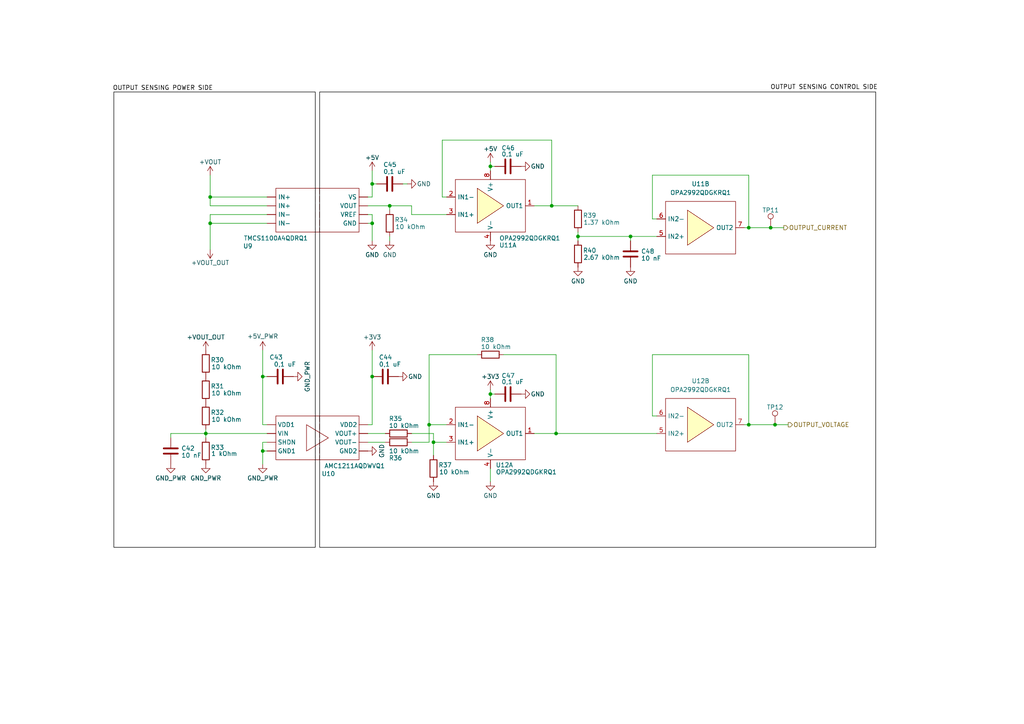
<source format=kicad_sch>
(kicad_sch (version 20231120) (generator "eeschema") (generator_version "8.0")
  (paper "A4")
  (title_block (title "ELE0124CL Power Buck Output Sensing") (date "2024-08-04") (rev "1.0") (company "ELE0124CL"))
  (lib_symbols
    (symbol "Device:C" (pin_numbers hide) (pin_names (offset 0.254))
      (property "Reference" "C" (at 0.635 2.54 0))
      (property "Value" "C" (at 0.635 -2.54 0))
      (symbol "C_0_1"
        (polyline (pts (xy -2.032 -0.762) (xy 2.032 -0.762)) (stroke (width 0.508)))
        (polyline (pts (xy -2.032 0.762) (xy 2.032 0.762)) (stroke (width 0.508)))
      )
      (symbol "C_1_1"
        (pin passive line (at 0 3.81 270) (length 2.794) (name "~") (number "1"))
        (pin passive line (at 0 -3.81 90) (length 2.794) (name "~") (number "2"))
      )
    )
    (symbol "Device:R" (pin_numbers hide) (pin_names (offset 0))
      (property "Reference" "R" (at 2.032 0 90))
      (property "Value" "R" (at 0 0 90))
      (symbol "R_0_1"
        (rectangle (start -1.016 -2.54) (end 1.016 2.54) (stroke (width 0.254)))
      )
      (symbol "R_1_1"
        (pin passive line (at 0 3.81 270) (length 1.27) (name "~") (number "1"))
        (pin passive line (at 0 -3.81 90) (length 1.27) (name "~") (number "2"))
      )
    )
    (symbol "ELE0124CL_library:+3V3" (power) (pin_numbers hide) (pin_names (offset 0) hide) (exclude_from_sim yes) (in_bom no)
      (property "Value" "+3V3" (at -2.54 3.81 0))
      (symbol "+3V3_0_1"
        (polyline (pts (xy -0.762 1.27) (xy 0 2.54)))
        (polyline (pts (xy 0 0) (xy 0 2.54)))
        (polyline (pts (xy 0 2.54) (xy 0.762 1.27)))
      )
      (symbol "+3V3_1_1"
        (pin power_in line (at 0 0 90) (length 1.27) hide (name "+3V3") (number "1"))
      )
    )
    (symbol "ELE0124CL_library:+5V" (power) (pin_numbers hide) (pin_names (offset 0) hide) (exclude_from_sim yes) (in_bom no)
      (property "Value" "+5V" (at -1.905 3.81 0))
      (symbol "+5V_0_1"
        (polyline (pts (xy -0.762 1.27) (xy 0 2.54)))
        (polyline (pts (xy 0 0) (xy 0 2.54)))
        (polyline (pts (xy 0 2.54) (xy 0.762 1.27)))
      )
      (symbol "+5V_1_1"
        (pin power_in line (at 0 0 90) (length 1.27) hide (name "+5V") (number "1"))
      )
    )
    (symbol "ELE0124CL_library:+5V_PWR" (power) (pin_numbers hide) (pin_names (offset 0) hide) (exclude_from_sim yes) (in_bom no)
      (property "Value" "+5V_PWR" (at -1.905 3.81 0))
      (symbol "+5V_PWR_0_1"
        (polyline (pts (xy -0.762 1.27) (xy 0 2.54)))
        (polyline (pts (xy 0 0) (xy 0 2.54)))
        (polyline (pts (xy 0 2.54) (xy 0.762 1.27)))
      )
      (symbol "+5V_PWR_1_1"
        (pin power_in line (at 0 0 90) (length 1.27) hide (name "+5V_PWR") (number "1"))
      )
    )
    (symbol "ELE0124CL_library:+VOUT" (power) (pin_numbers hide) (pin_names (offset 0) hide) (exclude_from_sim yes) (in_bom no)
      (property "Value" "+VOUT" (at -2.54 3.81 0))
      (symbol "+VOUT_0_1"
        (polyline (pts (xy -0.762 1.27) (xy 0 2.54)))
        (polyline (pts (xy 0 0) (xy 0 2.54)))
        (polyline (pts (xy 0 2.54) (xy 0.762 1.27)))
      )
      (symbol "+VOUT_1_1"
        (pin power_in line (at 0 0 90) (length 1.27) hide (name "+VOUT") (number "1"))
      )
    )
    (symbol "ELE0124CL_library:+VOUT_OUT" (power) (pin_numbers hide) (pin_names (offset 0) hide) (exclude_from_sim yes) (in_bom no)
      (property "Value" "+VOUT_OUT" (at -2.54 3.81 0))
      (symbol "+VOUT_OUT_0_1"
        (polyline (pts (xy -0.762 1.27) (xy 0 2.54)))
        (polyline (pts (xy 0 0) (xy 0 2.54)))
        (polyline (pts (xy 0 2.54) (xy 0.762 1.27)))
      )
      (symbol "+VOUT_OUT_1_1"
        (pin power_in line (at 0 0 90) (length 1.27) hide (name "+VOUT_OUT") (number "1"))
      )
    )
    (symbol "ELE0124CL_library:CURRENT SENSOR TMCS1100A4QDRQ1" (pin_numbers hide) (pin_names (offset 0.635))
      (property "Reference" "U" (at 0.508 3.175 0))
      (property "Value" "TMCS1100A4QDRQ1" (at 0.508 1.27 0))
      (symbol "CURRENT SENSOR TMCS1100A4QDRQ1_0_1"
        (rectangle (start 0 0) (end 24.13 -12.7))
      )
      (symbol "CURRENT SENSOR TMCS1100A4QDRQ1_1_1"
        (polyline (pts (xy 11.43 0) (xy 11.43 -12.7)) (stroke (width 0) (type dash)))
        (polyline (pts (xy 12.7 0) (xy 12.7 -12.7)) (stroke (width 0) (type dash)))
        (pin passive line (at -2.54 -2.54 0) (length 2.54) (name "IN+") (number "1"))
        (pin passive line (at -2.54 -5.08 0) (length 2.54) (name "IN+") (number "2"))
        (pin passive line (at -2.54 -7.62 0) (length 2.54) (name "IN-") (number "3"))
        (pin passive line (at -2.54 -10.16 0) (length 2.54) (name "IN-") (number "4"))
        (pin passive line (at 26.67 -10.16 180) (length 2.54) (name "GND") (number "5"))
        (pin passive line (at 26.67 -7.62 180) (length 2.54) (name "VREF") (number "6"))
        (pin passive line (at 26.67 -5.08 180) (length 2.54) (name "VOUT") (number "7"))
        (pin passive line (at 26.67 -2.54 180) (length 2.54) (name "VS") (number "8"))
      )
    )
    (symbol "ELE0124CL_library:GND" (power) (pin_numbers hide) (pin_names (offset 0) hide) (exclude_from_sim yes) (in_bom no)
      (property "Value" "GND" (at -1.905 -3.81 0))
      (symbol "GND_0_1"
        (polyline (pts (xy 0 0) (xy 0 -1.27) (xy 1.27 -1.27) (xy 0 -2.54) (xy -1.27 -1.27) (xy 0 -1.27)))
      )
      (symbol "GND_1_1"
        (pin power_in line (at 0 0 270) (length 1.27) hide (name "GND") (number "1"))
      )
    )
    (symbol "ELE0124CL_library:GND_PWR" (power) (pin_numbers hide) (pin_names (offset 0) hide) (exclude_from_sim yes) (in_bom no)
      (property "Value" "GND_PWR" (at -4.445 -3.81 0))
      (symbol "GND_PWR_0_1"
        (polyline (pts (xy 0 0) (xy 0 -1.27) (xy 1.27 -1.27) (xy 0 -2.54) (xy -1.27 -1.27) (xy 0 -1.27)))
      )
      (symbol "GND_PWR_1_1"
        (pin power_in line (at 0 0 270) (length 1.27) hide (name "GND_PWR") (number "1"))
      )
    )
    (symbol "ELE0124CL_library:ISOLATOR AMPLIFIER AMC1211AQDWVQ1" (pin_numbers hide)
      (property "Reference" "U" (at 0.508 3.175 0))
      (property "Value" "AMC1211AQDWVQ1" (at 0.508 1.27 0))
      (symbol "ISOLATOR AMPLIFIER AMC1211AQDWVQ1_0_1"
        (rectangle (start 0 0) (end 24.13 -12.7))
      )
      (symbol "ISOLATOR AMPLIFIER AMC1211AQDWVQ1_1_1"
        (polyline (pts (xy 11.43 0) (xy 11.43 -12.7)) (stroke (width 0) (type dash)))
        (polyline (pts (xy 12.7 0) (xy 12.7 -12.7)) (stroke (width 0) (type dash)))
        (polyline (pts (xy 8.89 -2.54) (xy 15.24 -6.35) (xy 8.89 -10.16) (xy 8.89 -2.54)))
        (pin passive line (at -2.54 -2.54 0) (length 2.54) (name "VDD1") (number "1"))
        (pin passive line (at -2.54 -5.08 0) (length 2.54) (name "VIN") (number "2"))
        (pin passive line (at -2.54 -7.62 0) (length 2.54) (name "SHDN") (number "3"))
        (pin passive line (at -2.54 -10.16 0) (length 2.54) (name "GND1") (number "4"))
        (pin passive line (at 26.67 -10.16 180) (length 2.54) (name "GND2") (number "5"))
        (pin passive line (at 26.67 -7.62 180) (length 2.54) (name "VOUT-") (number "6"))
        (pin passive line (at 26.67 -5.08 180) (length 2.54) (name "VOUT+") (number "7"))
        (pin passive line (at 26.67 -2.54 180) (length 2.54) (name "VDD2") (number "8"))
      )
    )
    (symbol "ELE0124CL_library:OPERATIONAL AMPLIFIER OPA2992QDGKRQ1" (pin_names (offset 0.635))
      (property "Reference" "U" (at 1.27 10.795 0))
      (property "Value" "OPA2992QDGKRQ1" (at 1.27 8.89 0))
      (symbol "OPERATIONAL AMPLIFIER OPA2992QDGKRQ1_0_1"
        (rectangle (start -10.16 7.62) (end 10.16 -7.62))
        (polyline (pts (xy -3.81 5.08) (xy 3.81 0) (xy -3.81 -5.08) (xy -3.81 5.08)) (fill (type background)))
      )
      (symbol "OPERATIONAL AMPLIFIER OPA2992QDGKRQ1_1_1"
        (pin passive line (at 12.7 0 180) (length 2.54) (name "OUT1") (number "1"))
        (pin passive line (at -12.7 2.54 0) (length 2.54) (name "IN1-") (number "2"))
        (pin passive line (at -12.7 -2.54 0) (length 2.54) (name "IN1+") (number "3"))
        (pin power_in line (at 0 -10.16 90) (length 2.54) (name "V-") (number "4"))
        (pin power_in line (at 0 10.16 270) (length 2.54) (name "V+") (number "8"))
      )
      (symbol "OPERATIONAL AMPLIFIER OPA2992QDGKRQ1_2_1"
        (pin passive line (at -12.7 -2.54 0) (length 2.54) (name "IN2+") (number "5"))
        (pin passive line (at -12.7 2.54 0) (length 2.54) (name "IN2-") (number "6"))
        (pin passive line (at 12.7 0 180) (length 2.54) (name "OUT2") (number "7"))
      )
    )
    (symbol "ELE0124CL_library:TP" (pin_numbers hide) (pin_names (offset 0) hide) (in_bom no)
      (property "Reference" "TP" (at -1.27 5.08 0))
      (symbol "TP_0_1"
        (circle (center 0 3.302) (radius 0.762))
      )
      (symbol "TP_1_1"
        (pin passive line (at 0 0 90) (length 2.54) (name "TP") (number "1"))
      )
    )
  )
  (junction (at 107.95 53.34))
  (junction (at 60.96 57.15))
  (junction (at 76.2 130.81))
  (junction (at 125.73 128.27))
  (junction (at 107.95 64.77))
  (junction (at 113.03 59.69))
  (junction (at 142.24 114.3))
  (junction (at 107.95 109.22))
  (junction (at 60.96 64.77))
  (junction (at 59.69 125.73))
  (junction (at 76.2 109.22))
  (junction (at 223.52 66.04))
  (junction (at 124.46 123.19))
  (junction (at 224.79 123.19))
  (junction (at 167.64 68.58))
  (junction (at 160.02 59.69))
  (junction (at 217.17 66.04))
  (junction (at 182.88 68.58))
  (junction (at 142.24 48.26))
  (junction (at 161.29 125.73))
  (junction (at 217.17 123.19))
  (wire (pts (xy 60.96 62.23) (xy 77.47 62.23)))
  (wire (pts (xy 119.38 62.23) (xy 119.38 59.69)))
  (wire (pts (xy 77.47 128.27) (xy 76.2 128.27)))
  (wire (pts (xy 76.2 109.22) (xy 77.47 109.22)))
  (wire (pts (xy 60.96 64.77) (xy 60.96 72.39)))
  (wire (pts (xy 129.54 62.23) (xy 119.38 62.23)))
  (wire (pts (xy 124.46 102.87) (xy 124.46 123.19)))
  (wire (pts (xy 107.95 109.22) (xy 107.95 101.6)))
  (wire (pts (xy 60.96 64.77) (xy 77.47 64.77)))
  (wire (pts (xy 224.79 123.19) (xy 228.6 123.19)))
  (wire (pts (xy 113.03 59.69) (xy 113.03 60.96)))
  (wire (pts (xy 167.64 68.58) (xy 182.88 68.58)))
  (wire (pts (xy 142.24 113.03) (xy 142.24 114.3)))
  (wire (pts (xy 128.27 40.64) (xy 160.02 40.64)))
  (wire (pts (xy 76.2 130.81) (xy 76.2 134.62)))
  (wire (pts (xy 215.9 123.19) (xy 217.17 123.19)))
  (wire (pts (xy 106.68 125.73) (xy 111.76 125.73)))
  (wire (pts (xy 106.68 59.69) (xy 113.03 59.69)))
  (wire (pts (xy 217.17 123.19) (xy 224.79 123.19)))
  (wire (pts (xy 142.24 114.3) (xy 143.51 114.3)))
  (wire (pts (xy 60.96 59.69) (xy 77.47 59.69)))
  (wire (pts (xy 107.95 64.77) (xy 107.95 69.85)))
  (wire (pts (xy 60.96 62.23) (xy 60.96 64.77)))
  (wire (pts (xy 160.02 40.64) (xy 160.02 59.69)))
  (wire (pts (xy 125.73 128.27) (xy 129.54 128.27)))
  (wire (pts (xy 59.69 125.73) (xy 77.47 125.73)))
  (wire (pts (xy 189.23 102.87) (xy 217.17 102.87)))
  (wire (pts (xy 116.84 53.34) (xy 118.11 53.34)))
  (wire (pts (xy 124.46 123.19) (xy 129.54 123.19)))
  (wire (pts (xy 107.95 53.34) (xy 107.95 57.15)))
  (wire (pts (xy 142.24 48.26) (xy 143.51 48.26)))
  (wire (pts (xy 182.88 68.58) (xy 190.5 68.58)))
  (wire (pts (xy 107.95 53.34) (xy 109.22 53.34)))
  (wire (pts (xy 217.17 50.8) (xy 217.17 66.04)))
  (wire (pts (xy 154.94 125.73) (xy 161.29 125.73)))
  (wire (pts (xy 190.5 120.65) (xy 189.23 120.65)))
  (wire (pts (xy 113.03 68.58) (xy 113.03 69.85)))
  (wire (pts (xy 142.24 139.7) (xy 142.24 135.89)))
  (wire (pts (xy 119.38 125.73) (xy 125.73 125.73)))
  (wire (pts (xy 142.24 48.26) (xy 142.24 49.53)))
  (wire (pts (xy 106.68 62.23) (xy 107.95 62.23)))
  (wire (pts (xy 60.96 57.15) (xy 77.47 57.15)))
  (wire (pts (xy 125.73 125.73) (xy 125.73 128.27)))
  (wire (pts (xy 59.69 127) (xy 59.69 125.73)))
  (wire (pts (xy 49.53 125.73) (xy 59.69 125.73)))
  (wire (pts (xy 217.17 102.87) (xy 217.17 123.19)))
  (wire (pts (xy 106.68 123.19) (xy 107.95 123.19)))
  (wire (pts (xy 182.88 68.58) (xy 182.88 69.85)))
  (wire (pts (xy 189.23 63.5) (xy 189.23 50.8)))
  (wire (pts (xy 138.43 102.87) (xy 124.46 102.87)))
  (wire (pts (xy 167.64 69.85) (xy 167.64 68.58)))
  (wire (pts (xy 76.2 109.22) (xy 76.2 123.19)))
  (wire (pts (xy 129.54 57.15) (xy 128.27 57.15)))
  (wire (pts (xy 76.2 128.27) (xy 76.2 130.81)))
  (wire (pts (xy 161.29 102.87) (xy 161.29 125.73)))
  (wire (pts (xy 49.53 127) (xy 49.53 125.73)))
  (wire (pts (xy 76.2 101.6) (xy 76.2 109.22)))
  (wire (pts (xy 161.29 125.73) (xy 190.5 125.73)))
  (wire (pts (xy 167.64 68.58) (xy 167.64 67.31)))
  (wire (pts (xy 106.68 64.77) (xy 107.95 64.77)))
  (wire (pts (xy 60.96 57.15) (xy 60.96 50.8)))
  (wire (pts (xy 142.24 114.3) (xy 142.24 115.57)))
  (wire (pts (xy 107.95 49.53) (xy 107.95 53.34)))
  (wire (pts (xy 189.23 120.65) (xy 189.23 102.87)))
  (wire (pts (xy 59.69 125.73) (xy 59.69 124.46)))
  (wire (pts (xy 190.5 63.5) (xy 189.23 63.5)))
  (wire (pts (xy 113.03 59.69) (xy 119.38 59.69)))
  (wire (pts (xy 223.52 66.04) (xy 227.33 66.04)))
  (wire (pts (xy 107.95 57.15) (xy 106.68 57.15)))
  (wire (pts (xy 106.68 128.27) (xy 111.76 128.27)))
  (wire (pts (xy 76.2 130.81) (xy 77.47 130.81)))
  (wire (pts (xy 77.47 123.19) (xy 76.2 123.19)))
  (wire (pts (xy 146.05 102.87) (xy 161.29 102.87)))
  (wire (pts (xy 124.46 123.19) (xy 124.46 128.27)))
  (wire (pts (xy 154.94 59.69) (xy 160.02 59.69)))
  (wire (pts (xy 160.02 59.69) (xy 167.64 59.69)))
  (wire (pts (xy 217.17 66.04) (xy 223.52 66.04)))
  (wire (pts (xy 142.24 46.99) (xy 142.24 48.26)))
  (wire (pts (xy 217.17 66.04) (xy 215.9 66.04)))
  (wire (pts (xy 107.95 123.19) (xy 107.95 109.22)))
  (wire (pts (xy 60.96 59.69) (xy 60.96 57.15)))
  (wire (pts (xy 124.46 128.27) (xy 119.38 128.27)))
  (wire (pts (xy 189.23 50.8) (xy 217.17 50.8)))
  (wire (pts (xy 107.95 62.23) (xy 107.95 64.77)))
  (wire (pts (xy 128.27 40.64) (xy 128.27 57.15)))
  (wire (pts (xy 125.73 128.27) (xy 125.73 132.08)))
  (rectangle (start 92.71 26.67) (end 254 158.75) (stroke (width 0) (color 0 0 0 1)))
  (rectangle (start 33.02 26.67) (end 91.44 158.75) (stroke (width 0) (color 0 0 0 1)))
  (text "OUTPUT SENSING POWER SIDE" (at 47.244 25.654 0) (effects (font (size 1.27 1.27))))
  (text "OUTPUT SENSING CONTROL SIDE" (at 239.014 25.4 0) (effects (font (size 1.27 1.27))))
  (hierarchical_label "OUTPUT_VOLTAGE" (shape output) (at 228.6 123.19 0))
  (hierarchical_label "OUTPUT_CURRENT" (shape output) (at 227.33 66.04 0))
  (symbol (lib_id "Device:C") (at 49.53 130.81 0) (unit 1)
    (property "Reference" "C42" (at 52.578 130.048 0) (effects (justify left)))
    (property "Value" "10 nF" (at 52.578 132.08 0) (effects (justify left)))
    (property "Footprint" "ELE0124CL_library:C_0603_1608Metric" (effects (hide yes)))
    (property "Description" "Capacitor Ceramic 10 nF 0603" (effects (hide yes)))
  )
  (symbol (lib_id "ELE0124CL_library:+3V3") (at 107.95 101.6 0) (unit 1) (exclude_from_sim yes) (in_bom no)
    (property "Reference" "#PWR090" (effects (hide yes)))
    (property "Value" "+3V3" (at 107.95 97.79 0))
    (property "Description" "Global label with name \"+3V3\"" (effects (hide yes)))
  )
  (symbol (lib_id "ELE0124CL_library:GND") (at 113.03 69.85 0) (unit 1) (exclude_from_sim yes) (in_bom no)
    (property "Reference" "#PWR091" (effects (hide yes)))
    (property "Value" "GND" (at 113.03 73.914 0))
    (property "Description" "Global label with name \"GND\"" (effects (hide yes)))
  )
  (symbol (lib_id "ELE0124CL_library:OPERATIONAL AMPLIFIER OPA2992QDGKRQ1") (at 203.2 123.19 0) (unit 2)
    (property "Reference" "U12" (at 203.2 110.49 0))
    (property "Value" "OPA2992QDGKRQ1" (at 203.2 113.03 0))
    (property "Footprint" "ELE0124CL_library:VSSOP-8_4.40mm_P0.65mm" (effects (hide yes)))
    (property "Datasheet" "https://www.ti.com/lit/ds/symlink/opa2992-q1.pdf" (effects (hide yes)))
    (property "Description" "Texas Instrument Operational Amplifier, 2 Channel, 2.7 to 40 V, 10 MHz" (effects (hide yes)))
  )
  (symbol (lib_id "ELE0124CL_library:+3V3") (at 142.24 113.03 0) (unit 1) (exclude_from_sim yes) (in_bom no)
    (property "Reference" "#PWR097" (effects (hide yes)))
    (property "Value" "+3V3" (at 142.24 109.22 0))
    (property "Description" "Global label with name \"+3V3\"" (effects (hide yes)))
  )
  (symbol (lib_id "ELE0124CL_library:GND") (at 115.57 109.22 90) (unit 1) (exclude_from_sim yes) (in_bom no)
    (property "Reference" "#PWR092" (effects (hide yes)))
    (property "Value" "GND" (at 120.396 109.22 90))
    (property "Description" "Global label with name \"GND\"" (effects (hide yes)))
  )
  (symbol (lib_id "Device:R") (at 115.57 125.73 90) (unit 1)
    (property "Reference" "R35" (at 112.776 121.412 90) (effects (justify right)))
    (property "Value" "10 kOhm" (at 112.776 123.444 90) (effects (justify right)))
    (property "Footprint" "ELE0124CL_library:R_0603_1608Metric" (effects (hide yes)))
    (property "Description" "Resistor 10 kOhm 0603" (effects (hide yes)))
  )
  (symbol (lib_id "Device:R") (at 59.69 113.03 0) (unit 1)
    (property "Reference" "R31" (at 65.024 112.014 0) (effects (justify right)))
    (property "Value" "10 kOhm" (at 70.104 114.046 0) (effects (justify right)))
    (property "Footprint" "ELE0124CL_library:R_0603_1608Metric" (effects (hide yes)))
    (property "Description" "Resistor 10 kOhm 0603" (effects (hide yes)))
  )
  (symbol (lib_id "ELE0124CL_library:+5V_PWR") (at 76.2 101.6 0) (unit 1) (exclude_from_sim yes) (in_bom no)
    (property "Reference" "#PWR084" (effects (hide yes)))
    (property "Value" "+5V_PWR" (at 76.2 97.536 0))
    (property "Description" "Global label with name \"+5V_PWR\"" (effects (hide yes)))
  )
  (symbol (lib_id "ELE0124CL_library:GND_PWR") (at 76.2 134.62 0) (unit 1) (exclude_from_sim yes) (in_bom no)
    (property "Reference" "#PWR085" (effects (hide yes)))
    (property "Value" "GND_PWR" (at 76.2 138.684 0))
    (property "Description" "Global label with name \"GND_PWR\"" (effects (hide yes)))
  )
  (symbol (lib_id "Device:C") (at 147.32 114.3 90) (unit 1)
    (property "Reference" "C47" (at 149.352 108.966 90) (effects (justify left)))
    (property "Value" "0,1 uF" (at 151.892 110.744 90) (effects (justify left)))
    (property "Footprint" "ELE0124CL_library:C_0603_1608Metric" (effects (hide yes)))
    (property "Description" "Capacitor Ceramic 0.1 uF 0603" (effects (hide yes)))
  )
  (symbol (lib_id "Device:R") (at 113.03 64.77 0) (unit 1)
    (property "Reference" "R34" (at 118.364 63.754 0) (effects (justify right)))
    (property "Value" "10 kOhm" (at 123.444 65.786 0) (effects (justify right)))
    (property "Footprint" "ELE0124CL_library:R_0603_1608Metric" (effects (hide yes)))
    (property "Description" "Resistor 10 kOhm 0603" (effects (hide yes)))
  )
  (symbol (lib_id "Device:R") (at 142.24 102.87 90) (unit 1)
    (property "Reference" "R38" (at 139.446 98.552 90) (effects (justify right)))
    (property "Value" "10 kOhm" (at 139.446 100.584 90) (effects (justify right)))
    (property "Footprint" "ELE0124CL_library:R_0603_1608Metric" (effects (hide yes)))
    (property "Description" "Resistor 10 kOhm 0603" (effects (hide yes)))
  )
  (symbol (lib_id "ELE0124CL_library:TP") (at 223.52 66.04 0) (unit 1) (in_bom no)
    (property "Reference" "TP11" (at 223.52 60.96 0))
    (property "Footprint" "ELE0124CL_library:TP_D1.0mm" (effects (hide yes)))
    (property "Description" "Test Point" (effects (hide yes)))
  )
  (symbol (lib_id "Device:C") (at 113.03 53.34 90) (unit 1)
    (property "Reference" "C45" (at 115.062 47.752 90) (effects (justify left)))
    (property "Value" "0,1 uF" (at 117.602 49.784 90) (effects (justify left)))
    (property "Footprint" "ELE0124CL_library:C_0603_1608Metric" (effects (hide yes)))
    (property "Description" "Capacitor Ceramic 0.1 uF 0603" (effects (hide yes)))
  )
  (symbol (lib_id "ELE0124CL_library:GND") (at 151.13 114.3 90) (unit 1) (exclude_from_sim yes) (in_bom no)
    (property "Reference" "#PWR0100" (effects (hide yes)))
    (property "Value" "GND" (at 155.956 114.3 90))
    (property "Description" "Global label with name \"GND\"" (effects (hide yes)))
  )
  (symbol (lib_id "ELE0124CL_library:TP") (at 224.79 123.19 0) (unit 1) (in_bom no)
    (property "Reference" "TP12" (at 224.79 118.11 0))
    (property "Footprint" "ELE0124CL_library:TP_D1.0mm" (effects (hide yes)))
    (property "Description" "Test Point" (effects (hide yes)))
  )
  (symbol (lib_id "ELE0124CL_library:GND") (at 107.95 69.85 0) (unit 1) (exclude_from_sim yes) (in_bom no)
    (property "Reference" "#PWR089" (effects (hide yes)))
    (property "Value" "GND" (at 107.95 73.914 0))
    (property "Description" "Global label with name \"GND\"" (effects (hide yes)))
  )
  (symbol (lib_id "Device:R") (at 59.69 105.41 0) (unit 1)
    (property "Reference" "R30" (at 65.024 104.394 0) (effects (justify right)))
    (property "Value" "10 kOhm" (at 70.104 106.426 0) (effects (justify right)))
    (property "Footprint" "ELE0124CL_library:R_0603_1608Metric" (effects (hide yes)))
    (property "Description" "Resistor 10 kOhm 0603" (effects (hide yes)))
  )
  (symbol (lib_id "Device:C") (at 81.28 109.22 90) (unit 1)
    (property "Reference" "C43" (at 82.042 103.632 90) (effects (justify left)))
    (property "Value" "0,1 uF" (at 85.852 105.664 90) (effects (justify left)))
    (property "Footprint" "ELE0124CL_library:C_0603_1608Metric" (effects (hide yes)))
    (property "Description" "Capacitor Ceramic 0.1 uF 0603" (effects (hide yes)))
  )
  (symbol (lib_id "Device:R") (at 59.69 130.81 0) (unit 1)
    (property "Reference" "R33" (at 65.024 129.794 0) (effects (justify right)))
    (property "Value" "1 kOhm" (at 68.834 131.572 0) (effects (justify right)))
    (property "Footprint" "ELE0124CL_library:R_0603_1608Metric" (effects (hide yes)))
    (property "Description" "Resistor 1 kOhm 0603" (effects (hide yes)))
  )
  (symbol (lib_id "ELE0124CL_library:GND_PWR") (at 59.69 134.62 0) (unit 1) (exclude_from_sim yes) (in_bom no)
    (property "Reference" "#PWR081" (effects (hide yes)))
    (property "Value" "GND_PWR" (at 59.69 138.684 0))
    (property "Description" "Global label with name \"GND_PWR\"" (effects (hide yes)))
  )
  (symbol (lib_id "ELE0124CL_library:OPERATIONAL AMPLIFIER OPA2992QDGKRQ1") (at 203.2 66.04 0) (unit 2)
    (property "Reference" "U11" (at 203.2 53.34 0))
    (property "Value" "OPA2992QDGKRQ1" (at 203.2 55.88 0))
    (property "Footprint" "ELE0124CL_library:VSSOP-8_4.40mm_P0.65mm" (effects (hide yes)))
    (property "Datasheet" "https://www.ti.com/lit/ds/symlink/opa2992-q1.pdf" (effects (hide yes)))
    (property "Description" "Texas Instrument Operational Amplifier, 2 Channel, 2.7 to 40 V, 10 MHz" (effects (hide yes)))
  )
  (symbol (lib_id "Device:C") (at 111.76 109.22 90) (unit 1)
    (property "Reference" "C44" (at 113.792 103.632 90) (effects (justify left)))
    (property "Value" "0,1 uF" (at 116.332 105.664 90) (effects (justify left)))
    (property "Footprint" "ELE0124CL_library:C_0603_1608Metric" (effects (hide yes)))
    (property "Description" "Capacitor Ceramic 0.1 uF 0603" (effects (hide yes)))
  )
  (symbol (lib_id "ELE0124CL_library:GND") (at 182.88 77.47 0) (unit 1) (exclude_from_sim yes) (in_bom no)
    (property "Reference" "#PWR0102" (effects (hide yes)))
    (property "Value" "GND" (at 182.88 81.534 0))
    (property "Description" "Global label with name \"GND\"" (effects (hide yes)))
  )
  (symbol (lib_id "ELE0124CL_library:GND") (at 106.68 130.81 90) (unit 1) (exclude_from_sim yes) (in_bom no)
    (property "Reference" "#PWR087" (effects (hide yes)))
    (property "Value" "GND" (at 110.744 130.81 0))
    (property "Description" "Global label with name \"GND\"" (effects (hide yes)))
  )
  (symbol (lib_id "ELE0124CL_library:GND") (at 151.13 48.26 90) (unit 1) (exclude_from_sim yes) (in_bom no)
    (property "Reference" "#PWR099" (effects (hide yes)))
    (property "Value" "GND" (at 155.956 48.26 90))
    (property "Description" "Global label with name \"GND\"" (effects (hide yes)))
  )
  (symbol (lib_id "Device:R") (at 115.57 128.27 90) (unit 1)
    (property "Reference" "R36" (at 112.776 132.842 90) (effects (justify right)))
    (property "Value" "10 kOhm" (at 112.776 130.81 90) (effects (justify right)))
    (property "Footprint" "ELE0124CL_library:R_0603_1608Metric" (effects (hide yes)))
    (property "Description" "Resistor 10 kOhm 0603" (effects (hide yes)))
  )
  (symbol (lib_id "Device:R") (at 167.64 73.66 0) (unit 1)
    (property "Reference" "R40" (at 172.974 72.644 0) (effects (justify right)))
    (property "Value" "2.67 kOhm" (at 179.832 74.676 0) (effects (justify right)))
    (property "Footprint" "ELE0124CL_library:R_0603_1608Metric" (effects (hide yes)))
    (property "Description" "Resistor 2.67 kOhm 0603" (effects (hide yes)))
  )
  (symbol (lib_id "ELE0124CL_library:+VOUT_OUT") (at 60.96 72.39 180) (unit 1) (exclude_from_sim yes) (in_bom no)
    (property "Reference" "#PWR083" (effects (hide yes)))
    (property "Value" "+VOUT_OUT" (at 60.96 76.2 0))
    (property "Description" "Global label with name \"+VOUT_OUT\"" (effects (hide yes)))
  )
  (symbol (lib_id "Device:C") (at 182.88 73.66 0) (unit 1)
    (property "Reference" "C48" (at 185.928 72.898 0) (effects (justify left)))
    (property "Value" "10 nF" (at 185.928 74.93 0) (effects (justify left)))
    (property "Footprint" "ELE0124CL_library:C_0603_1608Metric" (effects (hide yes)))
    (property "Description" "Capacitor Ceramic 10 nF 0603" (effects (hide yes)))
  )
  (symbol (lib_id "ELE0124CL_library:+5V") (at 142.24 46.99 0) (unit 1) (exclude_from_sim yes) (in_bom no)
    (property "Reference" "#PWR095" (effects (hide yes)))
    (property "Value" "+5V" (at 142.24 43.18 0))
    (property "Description" "Global label with name \"+5V\"" (effects (hide yes)))
  )
  (symbol (lib_id "ELE0124CL_library:GND_PWR") (at 49.53 134.62 0) (unit 1) (exclude_from_sim yes) (in_bom no)
    (property "Reference" "#PWR079" (effects (hide yes)))
    (property "Value" "GND_PWR" (at 49.53 138.684 0))
    (property "Description" "Global label with name \"GND_PWR\"" (effects (hide yes)))
  )
  (symbol (lib_id "ELE0124CL_library:OPERATIONAL AMPLIFIER OPA2992QDGKRQ1") (at 142.24 125.73 0) (unit 1)
    (property "Reference" "U12" (at 146.304 134.874 0))
    (property "Value" "OPA2992QDGKRQ1" (at 152.654 136.906 0))
    (property "Footprint" "ELE0124CL_library:VSSOP-8_4.40mm_P0.65mm" (effects (hide yes)))
    (property "Datasheet" "https://www.ti.com/lit/ds/symlink/opa2992-q1.pdf" (effects (hide yes)))
    (property "Description" "Texas Instrument Operational Amplifier, 2 Channel, 2.7 to 40 V, 10 MHz" (effects (hide yes)))
  )
  (symbol (lib_id "Device:R") (at 125.73 135.89 0) (unit 1)
    (property "Reference" "R37" (at 131.064 134.874 0) (effects (justify right)))
    (property "Value" "10 kOhm" (at 136.144 136.906 0) (effects (justify right)))
    (property "Footprint" "ELE0124CL_library:R_0603_1608Metric" (effects (hide yes)))
    (property "Description" "Resistor 10 kOhm 0603" (effects (hide yes)))
  )
  (symbol (lib_id "ELE0124CL_library:GND_PWR") (at 85.09 109.22 90) (unit 1) (exclude_from_sim yes) (in_bom no)
    (property "Reference" "#PWR086" (effects (hide yes)))
    (property "Value" "GND_PWR" (at 89.154 109.22 0))
    (property "Description" "Global label with name \"GND_PWR\"" (effects (hide yes)))
  )
  (symbol (lib_id "ELE0124CL_library:CURRENT SENSOR TMCS1100A4QDRQ1") (at 80.01 54.61 0) (unit 1)
    (property "Reference" "U9" (at 71.882 71.374 0))
    (property "Value" "TMCS1100A4QDRQ1" (at 80.01 69.088 0))
    (property "Footprint" "ELE0124CL_library:SOIC-8_5.40mm_P1.27mm" (effects (hide yes)))
    (property "Datasheet" "https://www.ti.com/lit/ds/symlink/tmcs1100-q1.pdf" (effects (hide yes)))
    (property "Description" "Texas Instrument High-Precision Basic Isolation Hall-Effect Current" (effects (hide yes)))
  )
  (symbol (lib_id "Device:R") (at 167.64 63.5 0) (unit 1)
    (property "Reference" "R39" (at 172.974 62.484 0) (effects (justify right)))
    (property "Value" "1.37 kOhm" (at 179.832 64.516 0) (effects (justify right)))
    (property "Footprint" "ELE0124CL_library:R_0603_1608Metric" (effects (hide yes)))
    (property "Description" "Resistor 1.37 kOhm 0603" (effects (hide yes)))
  )
  (symbol (lib_id "ELE0124CL_library:+5V") (at 107.95 49.53 0) (unit 1) (exclude_from_sim yes) (in_bom no)
    (property "Reference" "#PWR088" (effects (hide yes)))
    (property "Value" "+5V" (at 107.95 45.72 0))
    (property "Description" "Global label with name \"+5V\"" (effects (hide yes)))
  )
  (symbol (lib_id "ELE0124CL_library:GND") (at 125.73 139.7 0) (unit 1) (exclude_from_sim yes) (in_bom no)
    (property "Reference" "#PWR094" (effects (hide yes)))
    (property "Value" "GND" (at 125.73 143.764 0))
    (property "Description" "Global label with name \"GND\"" (effects (hide yes)))
  )
  (symbol (lib_id "Device:R") (at 59.69 120.65 0) (unit 1)
    (property "Reference" "R32" (at 65.024 119.634 0) (effects (justify right)))
    (property "Value" "10 kOhm" (at 70.104 121.666 0) (effects (justify right)))
    (property "Footprint" "ELE0124CL_library:R_0603_1608Metric" (effects (hide yes)))
    (property "Description" "Resistor 10 kOhm 0603" (effects (hide yes)))
  )
  (symbol (lib_id "ELE0124CL_library:OPERATIONAL AMPLIFIER OPA2992QDGKRQ1") (at 142.24 59.69 0) (unit 1)
    (property "Reference" "U11" (at 147.32 71.12 0))
    (property "Value" "OPA2992QDGKRQ1" (at 153.67 69.088 0))
    (property "Footprint" "ELE0124CL_library:VSSOP-8_4.40mm_P0.65mm" (effects (hide yes)))
    (property "Datasheet" "https://www.ti.com/lit/ds/symlink/opa2992-q1.pdf" (effects (hide yes)))
    (property "Description" "Texas Instrument Operational Amplifier, 2 Channel, 2.7 to 40 V, 10 MHz" (effects (hide yes)))
  )
  (symbol (lib_id "ELE0124CL_library:ISOLATOR AMPLIFIER AMC1211AQDWVQ1") (at 80.01 120.65 0) (unit 1)
    (property "Reference" "U10" (at 95.25 137.414 0))
    (property "Value" "AMC1211AQDWVQ1" (at 102.87 135.128 0))
    (property "Footprint" "ELE0124CL_library:SSO-8_10.80mm_P1.27mm" (effects (hide yes)))
    (property "Datasheet" "https://www.ti.com/lit/ds/symlink/amc1211-q1.pdf" (effects (hide yes)))
    (property "Description" "Texas Instrument Isolator Amplifier, 1 Channel, 1 Gain" (effects (hide yes)))
  )
  (symbol (lib_id "ELE0124CL_library:+VOUT_OUT") (at 59.69 101.6 0) (unit 1) (exclude_from_sim yes) (in_bom no)
    (property "Reference" "#PWR080" (effects (hide yes)))
    (property "Value" "+VOUT_OUT" (at 59.69 97.79 0))
    (property "Description" "Global label with name \"+VOUT_OUT\"" (effects (hide yes)))
  )
  (symbol (lib_id "ELE0124CL_library:GND") (at 142.24 69.85 0) (unit 1) (exclude_from_sim yes) (in_bom no)
    (property "Reference" "#PWR096" (effects (hide yes)))
    (property "Value" "GND" (at 142.24 73.914 0))
    (property "Description" "Global label with name \"GND\"" (effects (hide yes)))
  )
  (symbol (lib_id "ELE0124CL_library:GND") (at 142.24 139.7 0) (unit 1) (exclude_from_sim yes) (in_bom no)
    (property "Reference" "#PWR098" (effects (hide yes)))
    (property "Value" "GND" (at 142.24 143.764 0))
    (property "Description" "Global label with name \"GND\"" (effects (hide yes)))
  )
  (symbol (lib_id "Device:C") (at 147.32 48.26 90) (unit 1)
    (property "Reference" "C46" (at 149.352 42.926 90) (effects (justify left)))
    (property "Value" "0,1 uF" (at 151.892 44.704 90) (effects (justify left)))
    (property "Footprint" "ELE0124CL_library:C_0603_1608Metric" (effects (hide yes)))
    (property "Description" "Capacitor Ceramic 0.1 uF 0603" (effects (hide yes)))
  )
  (symbol (lib_id "ELE0124CL_library:GND") (at 118.11 53.34 90) (unit 1) (exclude_from_sim yes) (in_bom no)
    (property "Reference" "#PWR093" (effects (hide yes)))
    (property "Value" "GND" (at 122.936 53.34 90))
    (property "Description" "Global label with name \"GND\"" (effects (hide yes)))
  )
  (symbol (lib_id "ELE0124CL_library:GND") (at 167.64 77.47 0) (unit 1) (exclude_from_sim yes) (in_bom no)
    (property "Reference" "#PWR0101" (effects (hide yes)))
    (property "Value" "GND" (at 167.64 81.534 0))
    (property "Description" "Global label with name \"GND\"" (effects (hide yes)))
  )
  (symbol (lib_id "ELE0124CL_library:+VOUT") (at 60.96 50.8 0) (unit 1) (exclude_from_sim yes) (in_bom no)
    (property "Reference" "#PWR082" (effects (hide yes)))
    (property "Value" "+VOUT" (at 60.96 46.99 0))
    (property "Description" "Global label with name \"+VOUT\"" (effects (hide yes)))
  )
)
</source>
